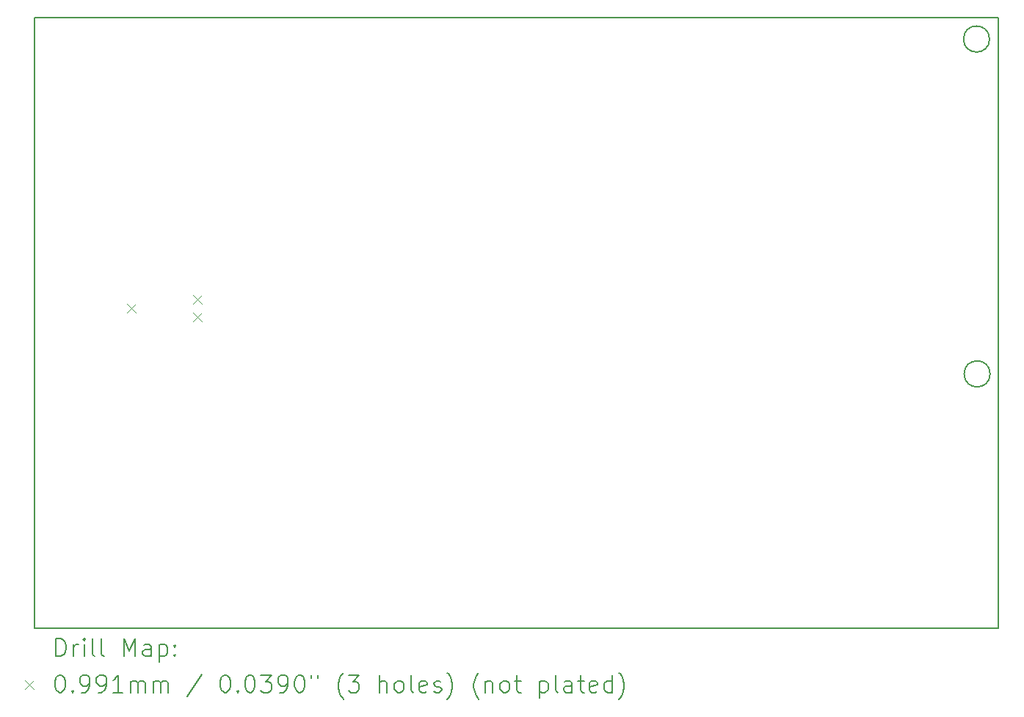
<source format=gbr>
%TF.GenerationSoftware,KiCad,Pcbnew,8.0.6*%
%TF.CreationDate,2024-10-31T12:41:15-07:00*%
%TF.ProjectId,veramonitor,76657261-6d6f-46e6-9974-6f722e6b6963,rev?*%
%TF.SameCoordinates,Original*%
%TF.FileFunction,Drillmap*%
%TF.FilePolarity,Positive*%
%FSLAX45Y45*%
G04 Gerber Fmt 4.5, Leading zero omitted, Abs format (unit mm)*
G04 Created by KiCad (PCBNEW 8.0.6) date 2024-10-31 12:41:15*
%MOMM*%
%LPD*%
G01*
G04 APERTURE LIST*
%ADD10C,0.200000*%
%ADD11C,0.100000*%
G04 APERTURE END LIST*
D10*
X15033000Y-10796000D02*
G75*
G02*
X14733000Y-10796000I-150000J0D01*
G01*
X14733000Y-10796000D02*
G75*
G02*
X15033000Y-10796000I150000J0D01*
G01*
X15026000Y-6933000D02*
G75*
G02*
X14726000Y-6933000I-150000J0D01*
G01*
X14726000Y-6933000D02*
G75*
G02*
X15026000Y-6933000I150000J0D01*
G01*
X4008000Y-6690000D02*
X15130000Y-6690000D01*
X15130000Y-13730000D01*
X4008000Y-13730000D01*
X4008000Y-6690000D01*
D11*
X5078970Y-9986470D02*
X5178030Y-10085530D01*
X5178030Y-9986470D02*
X5078970Y-10085530D01*
X5840970Y-9884970D02*
X5940030Y-9984030D01*
X5940030Y-9884970D02*
X5840970Y-9984030D01*
X5840970Y-10087970D02*
X5940030Y-10187030D01*
X5940030Y-10087970D02*
X5840970Y-10187030D01*
D10*
X4258777Y-14051484D02*
X4258777Y-13851484D01*
X4258777Y-13851484D02*
X4306396Y-13851484D01*
X4306396Y-13851484D02*
X4334967Y-13861008D01*
X4334967Y-13861008D02*
X4354015Y-13880055D01*
X4354015Y-13880055D02*
X4363539Y-13899103D01*
X4363539Y-13899103D02*
X4373063Y-13937198D01*
X4373063Y-13937198D02*
X4373063Y-13965769D01*
X4373063Y-13965769D02*
X4363539Y-14003865D01*
X4363539Y-14003865D02*
X4354015Y-14022912D01*
X4354015Y-14022912D02*
X4334967Y-14041960D01*
X4334967Y-14041960D02*
X4306396Y-14051484D01*
X4306396Y-14051484D02*
X4258777Y-14051484D01*
X4458777Y-14051484D02*
X4458777Y-13918150D01*
X4458777Y-13956246D02*
X4468301Y-13937198D01*
X4468301Y-13937198D02*
X4477824Y-13927674D01*
X4477824Y-13927674D02*
X4496872Y-13918150D01*
X4496872Y-13918150D02*
X4515920Y-13918150D01*
X4582586Y-14051484D02*
X4582586Y-13918150D01*
X4582586Y-13851484D02*
X4573063Y-13861008D01*
X4573063Y-13861008D02*
X4582586Y-13870531D01*
X4582586Y-13870531D02*
X4592110Y-13861008D01*
X4592110Y-13861008D02*
X4582586Y-13851484D01*
X4582586Y-13851484D02*
X4582586Y-13870531D01*
X4706396Y-14051484D02*
X4687348Y-14041960D01*
X4687348Y-14041960D02*
X4677824Y-14022912D01*
X4677824Y-14022912D02*
X4677824Y-13851484D01*
X4811158Y-14051484D02*
X4792110Y-14041960D01*
X4792110Y-14041960D02*
X4782586Y-14022912D01*
X4782586Y-14022912D02*
X4782586Y-13851484D01*
X5039729Y-14051484D02*
X5039729Y-13851484D01*
X5039729Y-13851484D02*
X5106396Y-13994341D01*
X5106396Y-13994341D02*
X5173063Y-13851484D01*
X5173063Y-13851484D02*
X5173063Y-14051484D01*
X5354015Y-14051484D02*
X5354015Y-13946722D01*
X5354015Y-13946722D02*
X5344491Y-13927674D01*
X5344491Y-13927674D02*
X5325444Y-13918150D01*
X5325444Y-13918150D02*
X5287348Y-13918150D01*
X5287348Y-13918150D02*
X5268301Y-13927674D01*
X5354015Y-14041960D02*
X5334967Y-14051484D01*
X5334967Y-14051484D02*
X5287348Y-14051484D01*
X5287348Y-14051484D02*
X5268301Y-14041960D01*
X5268301Y-14041960D02*
X5258777Y-14022912D01*
X5258777Y-14022912D02*
X5258777Y-14003865D01*
X5258777Y-14003865D02*
X5268301Y-13984817D01*
X5268301Y-13984817D02*
X5287348Y-13975293D01*
X5287348Y-13975293D02*
X5334967Y-13975293D01*
X5334967Y-13975293D02*
X5354015Y-13965769D01*
X5449253Y-13918150D02*
X5449253Y-14118150D01*
X5449253Y-13927674D02*
X5468301Y-13918150D01*
X5468301Y-13918150D02*
X5506396Y-13918150D01*
X5506396Y-13918150D02*
X5525444Y-13927674D01*
X5525444Y-13927674D02*
X5534967Y-13937198D01*
X5534967Y-13937198D02*
X5544491Y-13956246D01*
X5544491Y-13956246D02*
X5544491Y-14013388D01*
X5544491Y-14013388D02*
X5534967Y-14032436D01*
X5534967Y-14032436D02*
X5525444Y-14041960D01*
X5525444Y-14041960D02*
X5506396Y-14051484D01*
X5506396Y-14051484D02*
X5468301Y-14051484D01*
X5468301Y-14051484D02*
X5449253Y-14041960D01*
X5630205Y-14032436D02*
X5639729Y-14041960D01*
X5639729Y-14041960D02*
X5630205Y-14051484D01*
X5630205Y-14051484D02*
X5620682Y-14041960D01*
X5620682Y-14041960D02*
X5630205Y-14032436D01*
X5630205Y-14032436D02*
X5630205Y-14051484D01*
X5630205Y-13927674D02*
X5639729Y-13937198D01*
X5639729Y-13937198D02*
X5630205Y-13946722D01*
X5630205Y-13946722D02*
X5620682Y-13937198D01*
X5620682Y-13937198D02*
X5630205Y-13927674D01*
X5630205Y-13927674D02*
X5630205Y-13946722D01*
D11*
X3898940Y-14330470D02*
X3998000Y-14429530D01*
X3998000Y-14330470D02*
X3898940Y-14429530D01*
D10*
X4296872Y-14271484D02*
X4315920Y-14271484D01*
X4315920Y-14271484D02*
X4334967Y-14281008D01*
X4334967Y-14281008D02*
X4344491Y-14290531D01*
X4344491Y-14290531D02*
X4354015Y-14309579D01*
X4354015Y-14309579D02*
X4363539Y-14347674D01*
X4363539Y-14347674D02*
X4363539Y-14395293D01*
X4363539Y-14395293D02*
X4354015Y-14433388D01*
X4354015Y-14433388D02*
X4344491Y-14452436D01*
X4344491Y-14452436D02*
X4334967Y-14461960D01*
X4334967Y-14461960D02*
X4315920Y-14471484D01*
X4315920Y-14471484D02*
X4296872Y-14471484D01*
X4296872Y-14471484D02*
X4277824Y-14461960D01*
X4277824Y-14461960D02*
X4268301Y-14452436D01*
X4268301Y-14452436D02*
X4258777Y-14433388D01*
X4258777Y-14433388D02*
X4249253Y-14395293D01*
X4249253Y-14395293D02*
X4249253Y-14347674D01*
X4249253Y-14347674D02*
X4258777Y-14309579D01*
X4258777Y-14309579D02*
X4268301Y-14290531D01*
X4268301Y-14290531D02*
X4277824Y-14281008D01*
X4277824Y-14281008D02*
X4296872Y-14271484D01*
X4449253Y-14452436D02*
X4458777Y-14461960D01*
X4458777Y-14461960D02*
X4449253Y-14471484D01*
X4449253Y-14471484D02*
X4439729Y-14461960D01*
X4439729Y-14461960D02*
X4449253Y-14452436D01*
X4449253Y-14452436D02*
X4449253Y-14471484D01*
X4554015Y-14471484D02*
X4592110Y-14471484D01*
X4592110Y-14471484D02*
X4611158Y-14461960D01*
X4611158Y-14461960D02*
X4620682Y-14452436D01*
X4620682Y-14452436D02*
X4639729Y-14423865D01*
X4639729Y-14423865D02*
X4649253Y-14385769D01*
X4649253Y-14385769D02*
X4649253Y-14309579D01*
X4649253Y-14309579D02*
X4639729Y-14290531D01*
X4639729Y-14290531D02*
X4630205Y-14281008D01*
X4630205Y-14281008D02*
X4611158Y-14271484D01*
X4611158Y-14271484D02*
X4573063Y-14271484D01*
X4573063Y-14271484D02*
X4554015Y-14281008D01*
X4554015Y-14281008D02*
X4544491Y-14290531D01*
X4544491Y-14290531D02*
X4534967Y-14309579D01*
X4534967Y-14309579D02*
X4534967Y-14357198D01*
X4534967Y-14357198D02*
X4544491Y-14376246D01*
X4544491Y-14376246D02*
X4554015Y-14385769D01*
X4554015Y-14385769D02*
X4573063Y-14395293D01*
X4573063Y-14395293D02*
X4611158Y-14395293D01*
X4611158Y-14395293D02*
X4630205Y-14385769D01*
X4630205Y-14385769D02*
X4639729Y-14376246D01*
X4639729Y-14376246D02*
X4649253Y-14357198D01*
X4744491Y-14471484D02*
X4782586Y-14471484D01*
X4782586Y-14471484D02*
X4801634Y-14461960D01*
X4801634Y-14461960D02*
X4811158Y-14452436D01*
X4811158Y-14452436D02*
X4830205Y-14423865D01*
X4830205Y-14423865D02*
X4839729Y-14385769D01*
X4839729Y-14385769D02*
X4839729Y-14309579D01*
X4839729Y-14309579D02*
X4830205Y-14290531D01*
X4830205Y-14290531D02*
X4820682Y-14281008D01*
X4820682Y-14281008D02*
X4801634Y-14271484D01*
X4801634Y-14271484D02*
X4763539Y-14271484D01*
X4763539Y-14271484D02*
X4744491Y-14281008D01*
X4744491Y-14281008D02*
X4734967Y-14290531D01*
X4734967Y-14290531D02*
X4725444Y-14309579D01*
X4725444Y-14309579D02*
X4725444Y-14357198D01*
X4725444Y-14357198D02*
X4734967Y-14376246D01*
X4734967Y-14376246D02*
X4744491Y-14385769D01*
X4744491Y-14385769D02*
X4763539Y-14395293D01*
X4763539Y-14395293D02*
X4801634Y-14395293D01*
X4801634Y-14395293D02*
X4820682Y-14385769D01*
X4820682Y-14385769D02*
X4830205Y-14376246D01*
X4830205Y-14376246D02*
X4839729Y-14357198D01*
X5030205Y-14471484D02*
X4915920Y-14471484D01*
X4973063Y-14471484D02*
X4973063Y-14271484D01*
X4973063Y-14271484D02*
X4954015Y-14300055D01*
X4954015Y-14300055D02*
X4934967Y-14319103D01*
X4934967Y-14319103D02*
X4915920Y-14328627D01*
X5115920Y-14471484D02*
X5115920Y-14338150D01*
X5115920Y-14357198D02*
X5125444Y-14347674D01*
X5125444Y-14347674D02*
X5144491Y-14338150D01*
X5144491Y-14338150D02*
X5173063Y-14338150D01*
X5173063Y-14338150D02*
X5192110Y-14347674D01*
X5192110Y-14347674D02*
X5201634Y-14366722D01*
X5201634Y-14366722D02*
X5201634Y-14471484D01*
X5201634Y-14366722D02*
X5211158Y-14347674D01*
X5211158Y-14347674D02*
X5230205Y-14338150D01*
X5230205Y-14338150D02*
X5258777Y-14338150D01*
X5258777Y-14338150D02*
X5277825Y-14347674D01*
X5277825Y-14347674D02*
X5287348Y-14366722D01*
X5287348Y-14366722D02*
X5287348Y-14471484D01*
X5382586Y-14471484D02*
X5382586Y-14338150D01*
X5382586Y-14357198D02*
X5392110Y-14347674D01*
X5392110Y-14347674D02*
X5411158Y-14338150D01*
X5411158Y-14338150D02*
X5439729Y-14338150D01*
X5439729Y-14338150D02*
X5458777Y-14347674D01*
X5458777Y-14347674D02*
X5468301Y-14366722D01*
X5468301Y-14366722D02*
X5468301Y-14471484D01*
X5468301Y-14366722D02*
X5477825Y-14347674D01*
X5477825Y-14347674D02*
X5496872Y-14338150D01*
X5496872Y-14338150D02*
X5525444Y-14338150D01*
X5525444Y-14338150D02*
X5544491Y-14347674D01*
X5544491Y-14347674D02*
X5554015Y-14366722D01*
X5554015Y-14366722D02*
X5554015Y-14471484D01*
X5944491Y-14261960D02*
X5773063Y-14519103D01*
X6201634Y-14271484D02*
X6220682Y-14271484D01*
X6220682Y-14271484D02*
X6239729Y-14281008D01*
X6239729Y-14281008D02*
X6249253Y-14290531D01*
X6249253Y-14290531D02*
X6258777Y-14309579D01*
X6258777Y-14309579D02*
X6268301Y-14347674D01*
X6268301Y-14347674D02*
X6268301Y-14395293D01*
X6268301Y-14395293D02*
X6258777Y-14433388D01*
X6258777Y-14433388D02*
X6249253Y-14452436D01*
X6249253Y-14452436D02*
X6239729Y-14461960D01*
X6239729Y-14461960D02*
X6220682Y-14471484D01*
X6220682Y-14471484D02*
X6201634Y-14471484D01*
X6201634Y-14471484D02*
X6182586Y-14461960D01*
X6182586Y-14461960D02*
X6173063Y-14452436D01*
X6173063Y-14452436D02*
X6163539Y-14433388D01*
X6163539Y-14433388D02*
X6154015Y-14395293D01*
X6154015Y-14395293D02*
X6154015Y-14347674D01*
X6154015Y-14347674D02*
X6163539Y-14309579D01*
X6163539Y-14309579D02*
X6173063Y-14290531D01*
X6173063Y-14290531D02*
X6182586Y-14281008D01*
X6182586Y-14281008D02*
X6201634Y-14271484D01*
X6354015Y-14452436D02*
X6363539Y-14461960D01*
X6363539Y-14461960D02*
X6354015Y-14471484D01*
X6354015Y-14471484D02*
X6344491Y-14461960D01*
X6344491Y-14461960D02*
X6354015Y-14452436D01*
X6354015Y-14452436D02*
X6354015Y-14471484D01*
X6487348Y-14271484D02*
X6506396Y-14271484D01*
X6506396Y-14271484D02*
X6525444Y-14281008D01*
X6525444Y-14281008D02*
X6534967Y-14290531D01*
X6534967Y-14290531D02*
X6544491Y-14309579D01*
X6544491Y-14309579D02*
X6554015Y-14347674D01*
X6554015Y-14347674D02*
X6554015Y-14395293D01*
X6554015Y-14395293D02*
X6544491Y-14433388D01*
X6544491Y-14433388D02*
X6534967Y-14452436D01*
X6534967Y-14452436D02*
X6525444Y-14461960D01*
X6525444Y-14461960D02*
X6506396Y-14471484D01*
X6506396Y-14471484D02*
X6487348Y-14471484D01*
X6487348Y-14471484D02*
X6468301Y-14461960D01*
X6468301Y-14461960D02*
X6458777Y-14452436D01*
X6458777Y-14452436D02*
X6449253Y-14433388D01*
X6449253Y-14433388D02*
X6439729Y-14395293D01*
X6439729Y-14395293D02*
X6439729Y-14347674D01*
X6439729Y-14347674D02*
X6449253Y-14309579D01*
X6449253Y-14309579D02*
X6458777Y-14290531D01*
X6458777Y-14290531D02*
X6468301Y-14281008D01*
X6468301Y-14281008D02*
X6487348Y-14271484D01*
X6620682Y-14271484D02*
X6744491Y-14271484D01*
X6744491Y-14271484D02*
X6677825Y-14347674D01*
X6677825Y-14347674D02*
X6706396Y-14347674D01*
X6706396Y-14347674D02*
X6725444Y-14357198D01*
X6725444Y-14357198D02*
X6734967Y-14366722D01*
X6734967Y-14366722D02*
X6744491Y-14385769D01*
X6744491Y-14385769D02*
X6744491Y-14433388D01*
X6744491Y-14433388D02*
X6734967Y-14452436D01*
X6734967Y-14452436D02*
X6725444Y-14461960D01*
X6725444Y-14461960D02*
X6706396Y-14471484D01*
X6706396Y-14471484D02*
X6649253Y-14471484D01*
X6649253Y-14471484D02*
X6630206Y-14461960D01*
X6630206Y-14461960D02*
X6620682Y-14452436D01*
X6839729Y-14471484D02*
X6877825Y-14471484D01*
X6877825Y-14471484D02*
X6896872Y-14461960D01*
X6896872Y-14461960D02*
X6906396Y-14452436D01*
X6906396Y-14452436D02*
X6925444Y-14423865D01*
X6925444Y-14423865D02*
X6934967Y-14385769D01*
X6934967Y-14385769D02*
X6934967Y-14309579D01*
X6934967Y-14309579D02*
X6925444Y-14290531D01*
X6925444Y-14290531D02*
X6915920Y-14281008D01*
X6915920Y-14281008D02*
X6896872Y-14271484D01*
X6896872Y-14271484D02*
X6858777Y-14271484D01*
X6858777Y-14271484D02*
X6839729Y-14281008D01*
X6839729Y-14281008D02*
X6830206Y-14290531D01*
X6830206Y-14290531D02*
X6820682Y-14309579D01*
X6820682Y-14309579D02*
X6820682Y-14357198D01*
X6820682Y-14357198D02*
X6830206Y-14376246D01*
X6830206Y-14376246D02*
X6839729Y-14385769D01*
X6839729Y-14385769D02*
X6858777Y-14395293D01*
X6858777Y-14395293D02*
X6896872Y-14395293D01*
X6896872Y-14395293D02*
X6915920Y-14385769D01*
X6915920Y-14385769D02*
X6925444Y-14376246D01*
X6925444Y-14376246D02*
X6934967Y-14357198D01*
X7058777Y-14271484D02*
X7077825Y-14271484D01*
X7077825Y-14271484D02*
X7096872Y-14281008D01*
X7096872Y-14281008D02*
X7106396Y-14290531D01*
X7106396Y-14290531D02*
X7115920Y-14309579D01*
X7115920Y-14309579D02*
X7125444Y-14347674D01*
X7125444Y-14347674D02*
X7125444Y-14395293D01*
X7125444Y-14395293D02*
X7115920Y-14433388D01*
X7115920Y-14433388D02*
X7106396Y-14452436D01*
X7106396Y-14452436D02*
X7096872Y-14461960D01*
X7096872Y-14461960D02*
X7077825Y-14471484D01*
X7077825Y-14471484D02*
X7058777Y-14471484D01*
X7058777Y-14471484D02*
X7039729Y-14461960D01*
X7039729Y-14461960D02*
X7030206Y-14452436D01*
X7030206Y-14452436D02*
X7020682Y-14433388D01*
X7020682Y-14433388D02*
X7011158Y-14395293D01*
X7011158Y-14395293D02*
X7011158Y-14347674D01*
X7011158Y-14347674D02*
X7020682Y-14309579D01*
X7020682Y-14309579D02*
X7030206Y-14290531D01*
X7030206Y-14290531D02*
X7039729Y-14281008D01*
X7039729Y-14281008D02*
X7058777Y-14271484D01*
X7201634Y-14271484D02*
X7201634Y-14309579D01*
X7277825Y-14271484D02*
X7277825Y-14309579D01*
X7573063Y-14547674D02*
X7563539Y-14538150D01*
X7563539Y-14538150D02*
X7544491Y-14509579D01*
X7544491Y-14509579D02*
X7534968Y-14490531D01*
X7534968Y-14490531D02*
X7525444Y-14461960D01*
X7525444Y-14461960D02*
X7515920Y-14414341D01*
X7515920Y-14414341D02*
X7515920Y-14376246D01*
X7515920Y-14376246D02*
X7525444Y-14328627D01*
X7525444Y-14328627D02*
X7534968Y-14300055D01*
X7534968Y-14300055D02*
X7544491Y-14281008D01*
X7544491Y-14281008D02*
X7563539Y-14252436D01*
X7563539Y-14252436D02*
X7573063Y-14242912D01*
X7630206Y-14271484D02*
X7754015Y-14271484D01*
X7754015Y-14271484D02*
X7687348Y-14347674D01*
X7687348Y-14347674D02*
X7715920Y-14347674D01*
X7715920Y-14347674D02*
X7734968Y-14357198D01*
X7734968Y-14357198D02*
X7744491Y-14366722D01*
X7744491Y-14366722D02*
X7754015Y-14385769D01*
X7754015Y-14385769D02*
X7754015Y-14433388D01*
X7754015Y-14433388D02*
X7744491Y-14452436D01*
X7744491Y-14452436D02*
X7734968Y-14461960D01*
X7734968Y-14461960D02*
X7715920Y-14471484D01*
X7715920Y-14471484D02*
X7658777Y-14471484D01*
X7658777Y-14471484D02*
X7639729Y-14461960D01*
X7639729Y-14461960D02*
X7630206Y-14452436D01*
X7992110Y-14471484D02*
X7992110Y-14271484D01*
X8077825Y-14471484D02*
X8077825Y-14366722D01*
X8077825Y-14366722D02*
X8068301Y-14347674D01*
X8068301Y-14347674D02*
X8049253Y-14338150D01*
X8049253Y-14338150D02*
X8020682Y-14338150D01*
X8020682Y-14338150D02*
X8001634Y-14347674D01*
X8001634Y-14347674D02*
X7992110Y-14357198D01*
X8201634Y-14471484D02*
X8182587Y-14461960D01*
X8182587Y-14461960D02*
X8173063Y-14452436D01*
X8173063Y-14452436D02*
X8163539Y-14433388D01*
X8163539Y-14433388D02*
X8163539Y-14376246D01*
X8163539Y-14376246D02*
X8173063Y-14357198D01*
X8173063Y-14357198D02*
X8182587Y-14347674D01*
X8182587Y-14347674D02*
X8201634Y-14338150D01*
X8201634Y-14338150D02*
X8230206Y-14338150D01*
X8230206Y-14338150D02*
X8249253Y-14347674D01*
X8249253Y-14347674D02*
X8258777Y-14357198D01*
X8258777Y-14357198D02*
X8268301Y-14376246D01*
X8268301Y-14376246D02*
X8268301Y-14433388D01*
X8268301Y-14433388D02*
X8258777Y-14452436D01*
X8258777Y-14452436D02*
X8249253Y-14461960D01*
X8249253Y-14461960D02*
X8230206Y-14471484D01*
X8230206Y-14471484D02*
X8201634Y-14471484D01*
X8382587Y-14471484D02*
X8363539Y-14461960D01*
X8363539Y-14461960D02*
X8354015Y-14442912D01*
X8354015Y-14442912D02*
X8354015Y-14271484D01*
X8534968Y-14461960D02*
X8515920Y-14471484D01*
X8515920Y-14471484D02*
X8477825Y-14471484D01*
X8477825Y-14471484D02*
X8458777Y-14461960D01*
X8458777Y-14461960D02*
X8449253Y-14442912D01*
X8449253Y-14442912D02*
X8449253Y-14366722D01*
X8449253Y-14366722D02*
X8458777Y-14347674D01*
X8458777Y-14347674D02*
X8477825Y-14338150D01*
X8477825Y-14338150D02*
X8515920Y-14338150D01*
X8515920Y-14338150D02*
X8534968Y-14347674D01*
X8534968Y-14347674D02*
X8544492Y-14366722D01*
X8544492Y-14366722D02*
X8544492Y-14385769D01*
X8544492Y-14385769D02*
X8449253Y-14404817D01*
X8620682Y-14461960D02*
X8639730Y-14471484D01*
X8639730Y-14471484D02*
X8677825Y-14471484D01*
X8677825Y-14471484D02*
X8696873Y-14461960D01*
X8696873Y-14461960D02*
X8706396Y-14442912D01*
X8706396Y-14442912D02*
X8706396Y-14433388D01*
X8706396Y-14433388D02*
X8696873Y-14414341D01*
X8696873Y-14414341D02*
X8677825Y-14404817D01*
X8677825Y-14404817D02*
X8649253Y-14404817D01*
X8649253Y-14404817D02*
X8630206Y-14395293D01*
X8630206Y-14395293D02*
X8620682Y-14376246D01*
X8620682Y-14376246D02*
X8620682Y-14366722D01*
X8620682Y-14366722D02*
X8630206Y-14347674D01*
X8630206Y-14347674D02*
X8649253Y-14338150D01*
X8649253Y-14338150D02*
X8677825Y-14338150D01*
X8677825Y-14338150D02*
X8696873Y-14347674D01*
X8773063Y-14547674D02*
X8782587Y-14538150D01*
X8782587Y-14538150D02*
X8801634Y-14509579D01*
X8801634Y-14509579D02*
X8811158Y-14490531D01*
X8811158Y-14490531D02*
X8820682Y-14461960D01*
X8820682Y-14461960D02*
X8830206Y-14414341D01*
X8830206Y-14414341D02*
X8830206Y-14376246D01*
X8830206Y-14376246D02*
X8820682Y-14328627D01*
X8820682Y-14328627D02*
X8811158Y-14300055D01*
X8811158Y-14300055D02*
X8801634Y-14281008D01*
X8801634Y-14281008D02*
X8782587Y-14252436D01*
X8782587Y-14252436D02*
X8773063Y-14242912D01*
X9134968Y-14547674D02*
X9125444Y-14538150D01*
X9125444Y-14538150D02*
X9106396Y-14509579D01*
X9106396Y-14509579D02*
X9096873Y-14490531D01*
X9096873Y-14490531D02*
X9087349Y-14461960D01*
X9087349Y-14461960D02*
X9077825Y-14414341D01*
X9077825Y-14414341D02*
X9077825Y-14376246D01*
X9077825Y-14376246D02*
X9087349Y-14328627D01*
X9087349Y-14328627D02*
X9096873Y-14300055D01*
X9096873Y-14300055D02*
X9106396Y-14281008D01*
X9106396Y-14281008D02*
X9125444Y-14252436D01*
X9125444Y-14252436D02*
X9134968Y-14242912D01*
X9211158Y-14338150D02*
X9211158Y-14471484D01*
X9211158Y-14357198D02*
X9220682Y-14347674D01*
X9220682Y-14347674D02*
X9239730Y-14338150D01*
X9239730Y-14338150D02*
X9268301Y-14338150D01*
X9268301Y-14338150D02*
X9287349Y-14347674D01*
X9287349Y-14347674D02*
X9296873Y-14366722D01*
X9296873Y-14366722D02*
X9296873Y-14471484D01*
X9420682Y-14471484D02*
X9401634Y-14461960D01*
X9401634Y-14461960D02*
X9392111Y-14452436D01*
X9392111Y-14452436D02*
X9382587Y-14433388D01*
X9382587Y-14433388D02*
X9382587Y-14376246D01*
X9382587Y-14376246D02*
X9392111Y-14357198D01*
X9392111Y-14357198D02*
X9401634Y-14347674D01*
X9401634Y-14347674D02*
X9420682Y-14338150D01*
X9420682Y-14338150D02*
X9449254Y-14338150D01*
X9449254Y-14338150D02*
X9468301Y-14347674D01*
X9468301Y-14347674D02*
X9477825Y-14357198D01*
X9477825Y-14357198D02*
X9487349Y-14376246D01*
X9487349Y-14376246D02*
X9487349Y-14433388D01*
X9487349Y-14433388D02*
X9477825Y-14452436D01*
X9477825Y-14452436D02*
X9468301Y-14461960D01*
X9468301Y-14461960D02*
X9449254Y-14471484D01*
X9449254Y-14471484D02*
X9420682Y-14471484D01*
X9544492Y-14338150D02*
X9620682Y-14338150D01*
X9573063Y-14271484D02*
X9573063Y-14442912D01*
X9573063Y-14442912D02*
X9582587Y-14461960D01*
X9582587Y-14461960D02*
X9601634Y-14471484D01*
X9601634Y-14471484D02*
X9620682Y-14471484D01*
X9839730Y-14338150D02*
X9839730Y-14538150D01*
X9839730Y-14347674D02*
X9858777Y-14338150D01*
X9858777Y-14338150D02*
X9896873Y-14338150D01*
X9896873Y-14338150D02*
X9915920Y-14347674D01*
X9915920Y-14347674D02*
X9925444Y-14357198D01*
X9925444Y-14357198D02*
X9934968Y-14376246D01*
X9934968Y-14376246D02*
X9934968Y-14433388D01*
X9934968Y-14433388D02*
X9925444Y-14452436D01*
X9925444Y-14452436D02*
X9915920Y-14461960D01*
X9915920Y-14461960D02*
X9896873Y-14471484D01*
X9896873Y-14471484D02*
X9858777Y-14471484D01*
X9858777Y-14471484D02*
X9839730Y-14461960D01*
X10049254Y-14471484D02*
X10030206Y-14461960D01*
X10030206Y-14461960D02*
X10020682Y-14442912D01*
X10020682Y-14442912D02*
X10020682Y-14271484D01*
X10211158Y-14471484D02*
X10211158Y-14366722D01*
X10211158Y-14366722D02*
X10201635Y-14347674D01*
X10201635Y-14347674D02*
X10182587Y-14338150D01*
X10182587Y-14338150D02*
X10144492Y-14338150D01*
X10144492Y-14338150D02*
X10125444Y-14347674D01*
X10211158Y-14461960D02*
X10192111Y-14471484D01*
X10192111Y-14471484D02*
X10144492Y-14471484D01*
X10144492Y-14471484D02*
X10125444Y-14461960D01*
X10125444Y-14461960D02*
X10115920Y-14442912D01*
X10115920Y-14442912D02*
X10115920Y-14423865D01*
X10115920Y-14423865D02*
X10125444Y-14404817D01*
X10125444Y-14404817D02*
X10144492Y-14395293D01*
X10144492Y-14395293D02*
X10192111Y-14395293D01*
X10192111Y-14395293D02*
X10211158Y-14385769D01*
X10277825Y-14338150D02*
X10354015Y-14338150D01*
X10306396Y-14271484D02*
X10306396Y-14442912D01*
X10306396Y-14442912D02*
X10315920Y-14461960D01*
X10315920Y-14461960D02*
X10334968Y-14471484D01*
X10334968Y-14471484D02*
X10354015Y-14471484D01*
X10496873Y-14461960D02*
X10477825Y-14471484D01*
X10477825Y-14471484D02*
X10439730Y-14471484D01*
X10439730Y-14471484D02*
X10420682Y-14461960D01*
X10420682Y-14461960D02*
X10411158Y-14442912D01*
X10411158Y-14442912D02*
X10411158Y-14366722D01*
X10411158Y-14366722D02*
X10420682Y-14347674D01*
X10420682Y-14347674D02*
X10439730Y-14338150D01*
X10439730Y-14338150D02*
X10477825Y-14338150D01*
X10477825Y-14338150D02*
X10496873Y-14347674D01*
X10496873Y-14347674D02*
X10506396Y-14366722D01*
X10506396Y-14366722D02*
X10506396Y-14385769D01*
X10506396Y-14385769D02*
X10411158Y-14404817D01*
X10677825Y-14471484D02*
X10677825Y-14271484D01*
X10677825Y-14461960D02*
X10658777Y-14471484D01*
X10658777Y-14471484D02*
X10620682Y-14471484D01*
X10620682Y-14471484D02*
X10601635Y-14461960D01*
X10601635Y-14461960D02*
X10592111Y-14452436D01*
X10592111Y-14452436D02*
X10582587Y-14433388D01*
X10582587Y-14433388D02*
X10582587Y-14376246D01*
X10582587Y-14376246D02*
X10592111Y-14357198D01*
X10592111Y-14357198D02*
X10601635Y-14347674D01*
X10601635Y-14347674D02*
X10620682Y-14338150D01*
X10620682Y-14338150D02*
X10658777Y-14338150D01*
X10658777Y-14338150D02*
X10677825Y-14347674D01*
X10754016Y-14547674D02*
X10763539Y-14538150D01*
X10763539Y-14538150D02*
X10782587Y-14509579D01*
X10782587Y-14509579D02*
X10792111Y-14490531D01*
X10792111Y-14490531D02*
X10801635Y-14461960D01*
X10801635Y-14461960D02*
X10811158Y-14414341D01*
X10811158Y-14414341D02*
X10811158Y-14376246D01*
X10811158Y-14376246D02*
X10801635Y-14328627D01*
X10801635Y-14328627D02*
X10792111Y-14300055D01*
X10792111Y-14300055D02*
X10782587Y-14281008D01*
X10782587Y-14281008D02*
X10763539Y-14252436D01*
X10763539Y-14252436D02*
X10754016Y-14242912D01*
M02*

</source>
